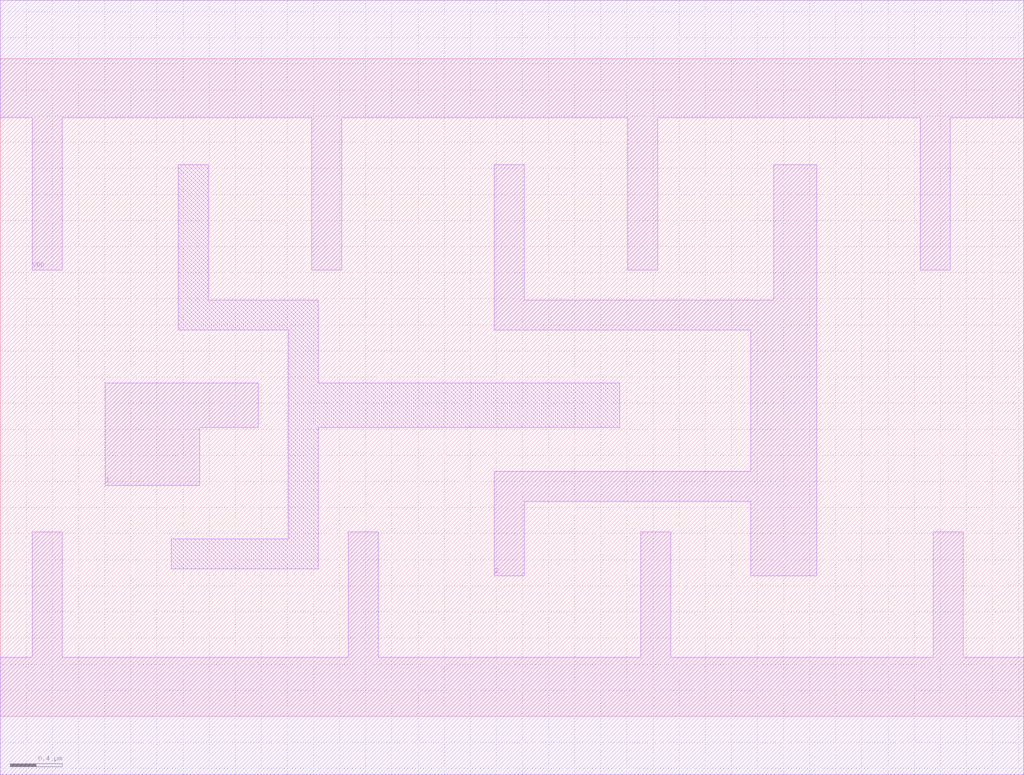
<source format=lef>
# Copyright 2022 GlobalFoundries PDK Authors
#
# Licensed under the Apache License, Version 2.0 (the "License");
# you may not use this file except in compliance with the License.
# You may obtain a copy of the License at
#
#      http://www.apache.org/licenses/LICENSE-2.0
#
# Unless required by applicable law or agreed to in writing, software
# distributed under the License is distributed on an "AS IS" BASIS,
# WITHOUT WARRANTIES OR CONDITIONS OF ANY KIND, either express or implied.
# See the License for the specific language governing permissions and
# limitations under the License.

MACRO gf180mcu_fd_sc_mcu9t5v0__clkbuf_3
  CLASS core ;
  FOREIGN gf180mcu_fd_sc_mcu9t5v0__clkbuf_3 0.0 0.0 ;
  ORIGIN 0 0 ;
  SYMMETRY X Y ;
  SITE GF018hv5v_green_sc9 ;
  SIZE 7.84 BY 5.04 ;
  PIN I
    DIRECTION INPUT ;
    ANTENNAGATEAREA 2.035 ;
    PORT
      LAYER Metal1 ;
        POLYGON 0.805 1.77 1.53 1.77 1.53 2.215 1.975 2.215 1.975 2.555 0.805 2.555  ;
    END
  END I
  PIN Z
    DIRECTION OUTPUT ;
    ANTENNADIFFAREA 2.329 ;
    PORT
      LAYER Metal1 ;
        POLYGON 3.785 2.96 4.745 2.96 5.75 2.96 5.75 1.875 3.785 1.875 3.785 1.075 4.015 1.075 4.015 1.645 5.75 1.645 5.75 1.075 6.255 1.075 6.255 4.23 5.925 4.23 5.925 3.19 4.745 3.19 4.015 3.19 4.015 4.23 3.785 4.23  ;
    END
  END Z
  PIN VDD
    DIRECTION INOUT ;
    USE power ;
    SHAPE ABUTMENT ;
    PORT
      LAYER Metal1 ;
        POLYGON 0 4.59 0.245 4.59 0.245 3.42 0.475 3.42 0.475 4.59 2.385 4.59 2.385 3.42 2.615 3.42 2.615 4.59 4.745 4.59 4.805 4.59 4.805 3.42 5.035 3.42 5.035 4.59 7.045 4.59 7.045 3.42 7.275 3.42 7.275 4.59 7.84 4.59 7.84 5.49 4.745 5.49 0 5.49  ;
    END
  END VDD
  PIN VSS
    DIRECTION INOUT ;
    USE ground ;
    SHAPE ABUTMENT ;
    PORT
      LAYER Metal1 ;
        POLYGON 0 -0.45 7.84 -0.45 7.84 0.45 7.375 0.45 7.375 1.415 7.145 1.415 7.145 0.45 5.135 0.45 5.135 1.415 4.905 1.415 4.905 0.45 2.895 0.45 2.895 1.415 2.665 1.415 2.665 0.45 0.475 0.45 0.475 1.415 0.245 1.415 0.245 0.45 0 0.45  ;
    END
  END VSS
  OBS
      LAYER Metal1 ;
        POLYGON 1.365 2.96 2.205 2.96 2.205 1.36 1.31 1.36 1.31 1.13 2.435 1.13 2.435 2.215 4.745 2.215 4.745 2.555 2.435 2.555 2.435 3.19 1.595 3.19 1.595 4.23 1.365 4.23  ;
  END
END gf180mcu_fd_sc_mcu9t5v0__clkbuf_3

</source>
